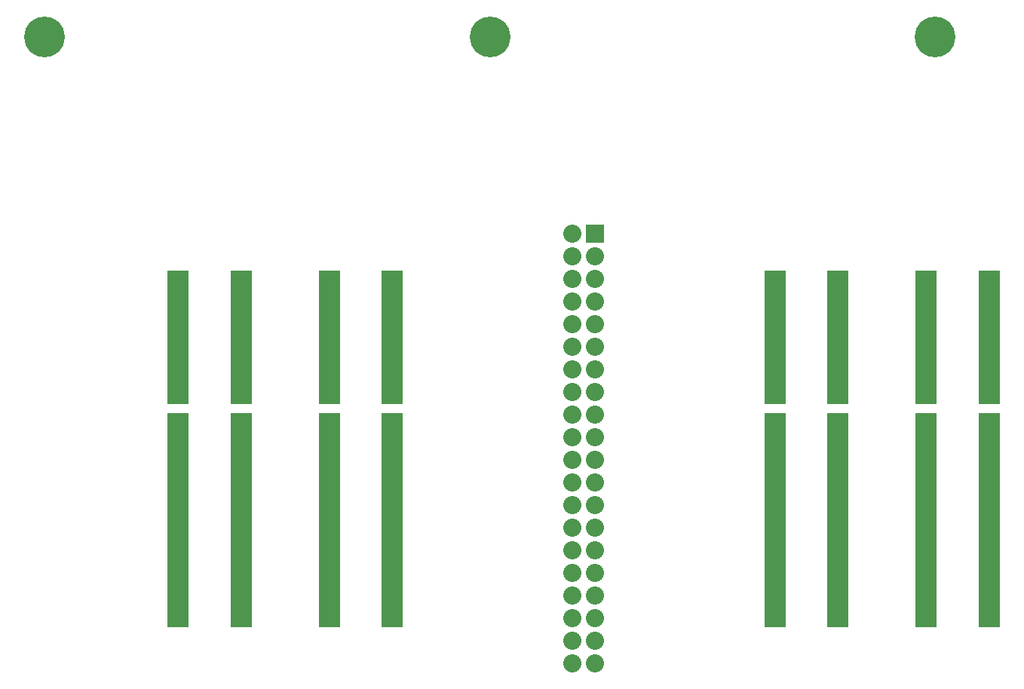
<source format=gbs>
G04 (created by PCBNEW-RS274X (2012-01-19 BZR 3256)-stable) date 5/23/2012 10:45:28 AM*
G01*
G70*
G90*
%MOIN*%
G04 Gerber Fmt 3.4, Leading zero omitted, Abs format*
%FSLAX34Y34*%
G04 APERTURE LIST*
%ADD10C,0.006000*%
%ADD11C,0.180000*%
%ADD12R,0.080000X0.080000*%
%ADD13C,0.080000*%
%ADD14R,0.094000X0.044000*%
G04 APERTURE END LIST*
G54D10*
G54D11*
X31362Y-08283D03*
X11677Y-08283D03*
G54D12*
X35997Y-16992D03*
G54D13*
X34997Y-16992D03*
X35997Y-21992D03*
X34997Y-17992D03*
X35997Y-22992D03*
X34997Y-18992D03*
X35997Y-23992D03*
X34997Y-19992D03*
X35997Y-24992D03*
X34997Y-20992D03*
X35997Y-25992D03*
X34997Y-21992D03*
X35997Y-26992D03*
X34997Y-22992D03*
X35997Y-27992D03*
X34997Y-23992D03*
X35997Y-28992D03*
X34997Y-24992D03*
X35997Y-29992D03*
X34997Y-25992D03*
X35997Y-30992D03*
X34997Y-26992D03*
X35997Y-31992D03*
X34997Y-27992D03*
X34997Y-28992D03*
X35997Y-32992D03*
X34997Y-29992D03*
X34997Y-31992D03*
X34997Y-32992D03*
X34997Y-33992D03*
X34997Y-34992D03*
X35997Y-33992D03*
X35997Y-34992D03*
X35997Y-17992D03*
X35997Y-18992D03*
X35997Y-19992D03*
X35997Y-20992D03*
X35997Y-35992D03*
X34997Y-35992D03*
X34997Y-30992D03*
G54D14*
X17576Y-34169D03*
X17576Y-33776D03*
X17576Y-33382D03*
X17576Y-32988D03*
X17576Y-32595D03*
X17576Y-32201D03*
X17576Y-31807D03*
X17576Y-31413D03*
X17576Y-31020D03*
X17576Y-30626D03*
X17576Y-30232D03*
X17576Y-29839D03*
X17576Y-29445D03*
X17576Y-29051D03*
X17576Y-28658D03*
X17576Y-28264D03*
X17576Y-27870D03*
X17576Y-27476D03*
X17576Y-27083D03*
X17576Y-26689D03*
X17576Y-26295D03*
X17576Y-25902D03*
X17576Y-25508D03*
X17576Y-25114D03*
X17576Y-24327D03*
X17576Y-23933D03*
X17576Y-23539D03*
X17576Y-23146D03*
X17576Y-22752D03*
X17576Y-22358D03*
X17576Y-21965D03*
X17576Y-21571D03*
X17576Y-21177D03*
X17576Y-20783D03*
X17576Y-20390D03*
X17576Y-19996D03*
X17576Y-19602D03*
X17576Y-19209D03*
X17576Y-18815D03*
X20352Y-18815D03*
X20352Y-19209D03*
X20352Y-19602D03*
X20352Y-19996D03*
X20352Y-20390D03*
X20352Y-20783D03*
X20352Y-21177D03*
X20352Y-21571D03*
X20352Y-21965D03*
X20352Y-22358D03*
X20352Y-22752D03*
X20352Y-23146D03*
X20352Y-23539D03*
X20352Y-23933D03*
X20352Y-24327D03*
X20352Y-25114D03*
X20352Y-25508D03*
X20352Y-25902D03*
X20352Y-26295D03*
X20352Y-26689D03*
X20352Y-27083D03*
X20352Y-27476D03*
X20352Y-27870D03*
X20352Y-28264D03*
X20352Y-28658D03*
X20352Y-29051D03*
X20352Y-29445D03*
X20352Y-29839D03*
X20352Y-30232D03*
X20352Y-30626D03*
X20352Y-31020D03*
X20352Y-31413D03*
X20352Y-31807D03*
X20352Y-32201D03*
X20352Y-32595D03*
X20352Y-32988D03*
X20352Y-33382D03*
X20352Y-33776D03*
X20352Y-34169D03*
X43953Y-34169D03*
X43953Y-33776D03*
X43953Y-33382D03*
X43953Y-32988D03*
X43953Y-32595D03*
X43953Y-32201D03*
X43953Y-31807D03*
X43953Y-31413D03*
X43953Y-31020D03*
X43953Y-30626D03*
X43953Y-30232D03*
X43953Y-29839D03*
X43953Y-29445D03*
X43953Y-29051D03*
X43953Y-28658D03*
X43953Y-28264D03*
X43953Y-27870D03*
X43953Y-27476D03*
X43953Y-27083D03*
X43953Y-26689D03*
X43953Y-26295D03*
X43953Y-25902D03*
X43953Y-25508D03*
X43953Y-25114D03*
X43953Y-24327D03*
X43953Y-23933D03*
X43953Y-23539D03*
X43953Y-23146D03*
X43953Y-22752D03*
X43953Y-22358D03*
X43953Y-21965D03*
X43953Y-21571D03*
X43953Y-21177D03*
X43953Y-20783D03*
X43953Y-20390D03*
X43953Y-19996D03*
X43953Y-19602D03*
X43953Y-19209D03*
X43953Y-18815D03*
X46729Y-18815D03*
X46729Y-19209D03*
X46729Y-19602D03*
X46729Y-19996D03*
X46729Y-20390D03*
X46729Y-20783D03*
X46729Y-21177D03*
X46729Y-21571D03*
X46729Y-21965D03*
X46729Y-22358D03*
X46729Y-22752D03*
X46729Y-23146D03*
X46729Y-23539D03*
X46729Y-23933D03*
X46729Y-24327D03*
X46729Y-25114D03*
X46729Y-25508D03*
X46729Y-25902D03*
X46729Y-26295D03*
X46729Y-26689D03*
X46729Y-27083D03*
X46729Y-27476D03*
X46729Y-27870D03*
X46729Y-28264D03*
X46729Y-28658D03*
X46729Y-29051D03*
X46729Y-29445D03*
X46729Y-29839D03*
X46729Y-30232D03*
X46729Y-30626D03*
X46729Y-31020D03*
X46729Y-31413D03*
X46729Y-31807D03*
X46729Y-32201D03*
X46729Y-32595D03*
X46729Y-32988D03*
X46729Y-33382D03*
X46729Y-33776D03*
X46729Y-34169D03*
X24268Y-34169D03*
X24268Y-33776D03*
X24268Y-33382D03*
X24268Y-32988D03*
X24268Y-32595D03*
X24268Y-32201D03*
X24268Y-31807D03*
X24268Y-31413D03*
X24268Y-31020D03*
X24268Y-30626D03*
X24268Y-30232D03*
X24268Y-29839D03*
X24268Y-29445D03*
X24268Y-29051D03*
X24268Y-28658D03*
X24268Y-28264D03*
X24268Y-27870D03*
X24268Y-27476D03*
X24268Y-27083D03*
X24268Y-26689D03*
X24268Y-26295D03*
X24268Y-25902D03*
X24268Y-25508D03*
X24268Y-25114D03*
X24268Y-24327D03*
X24268Y-23933D03*
X24268Y-23539D03*
X24268Y-23146D03*
X24268Y-22752D03*
X24268Y-22358D03*
X24268Y-21965D03*
X24268Y-21571D03*
X24268Y-21177D03*
X24268Y-20783D03*
X24268Y-20390D03*
X24268Y-19996D03*
X24268Y-19602D03*
X24268Y-19209D03*
X24268Y-18815D03*
X27044Y-18815D03*
X27044Y-19209D03*
X27044Y-19602D03*
X27044Y-19996D03*
X27044Y-20390D03*
X27044Y-20783D03*
X27044Y-21177D03*
X27044Y-21571D03*
X27044Y-21965D03*
X27044Y-22358D03*
X27044Y-22752D03*
X27044Y-23146D03*
X27044Y-23539D03*
X27044Y-23933D03*
X27044Y-24327D03*
X27044Y-25114D03*
X27044Y-25508D03*
X27044Y-25902D03*
X27044Y-26295D03*
X27044Y-26689D03*
X27044Y-27083D03*
X27044Y-27476D03*
X27044Y-27870D03*
X27044Y-28264D03*
X27044Y-28658D03*
X27044Y-29051D03*
X27044Y-29445D03*
X27044Y-29839D03*
X27044Y-30232D03*
X27044Y-30626D03*
X27044Y-31020D03*
X27044Y-31413D03*
X27044Y-31807D03*
X27044Y-32201D03*
X27044Y-32595D03*
X27044Y-32988D03*
X27044Y-33382D03*
X27044Y-33776D03*
X27044Y-34169D03*
X50646Y-34169D03*
X50646Y-33776D03*
X50646Y-33382D03*
X50646Y-32988D03*
X50646Y-32595D03*
X50646Y-32201D03*
X50646Y-31807D03*
X50646Y-31413D03*
X50646Y-31020D03*
X50646Y-30626D03*
X50646Y-30232D03*
X50646Y-29839D03*
X50646Y-29445D03*
X50646Y-29051D03*
X50646Y-28658D03*
X50646Y-28264D03*
X50646Y-27870D03*
X50646Y-27476D03*
X50646Y-27083D03*
X50646Y-26689D03*
X50646Y-26295D03*
X50646Y-25902D03*
X50646Y-25508D03*
X50646Y-25114D03*
X50646Y-24327D03*
X50646Y-23933D03*
X50646Y-23539D03*
X50646Y-23146D03*
X50646Y-22752D03*
X50646Y-22358D03*
X50646Y-21965D03*
X50646Y-21571D03*
X50646Y-21177D03*
X50646Y-20783D03*
X50646Y-20390D03*
X50646Y-19996D03*
X50646Y-19602D03*
X50646Y-19209D03*
X50646Y-18815D03*
X53422Y-18815D03*
X53422Y-19209D03*
X53422Y-19602D03*
X53422Y-19996D03*
X53422Y-20390D03*
X53422Y-20783D03*
X53422Y-21177D03*
X53422Y-21571D03*
X53422Y-21965D03*
X53422Y-22358D03*
X53422Y-22752D03*
X53422Y-23146D03*
X53422Y-23539D03*
X53422Y-23933D03*
X53422Y-24327D03*
X53422Y-25114D03*
X53422Y-25508D03*
X53422Y-25902D03*
X53422Y-26295D03*
X53422Y-26689D03*
X53422Y-27083D03*
X53422Y-27476D03*
X53422Y-27870D03*
X53422Y-28264D03*
X53422Y-28658D03*
X53422Y-29051D03*
X53422Y-29445D03*
X53422Y-29839D03*
X53422Y-30232D03*
X53422Y-30626D03*
X53422Y-31020D03*
X53422Y-31413D03*
X53422Y-31807D03*
X53422Y-32201D03*
X53422Y-32595D03*
X53422Y-32988D03*
X53422Y-33382D03*
X53422Y-33776D03*
X53422Y-34169D03*
G54D11*
X51047Y-08283D03*
M02*

</source>
